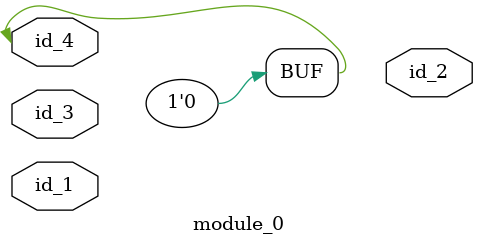
<source format=v>
`default_nettype wire
module module_0 (
    id_1,
    id_2,
    id_3,
    id_4
);
  inout id_4;
  inout id_3;
  output id_2;
  input id_1;
  assign id_4 = 'b0;
endmodule

</source>
